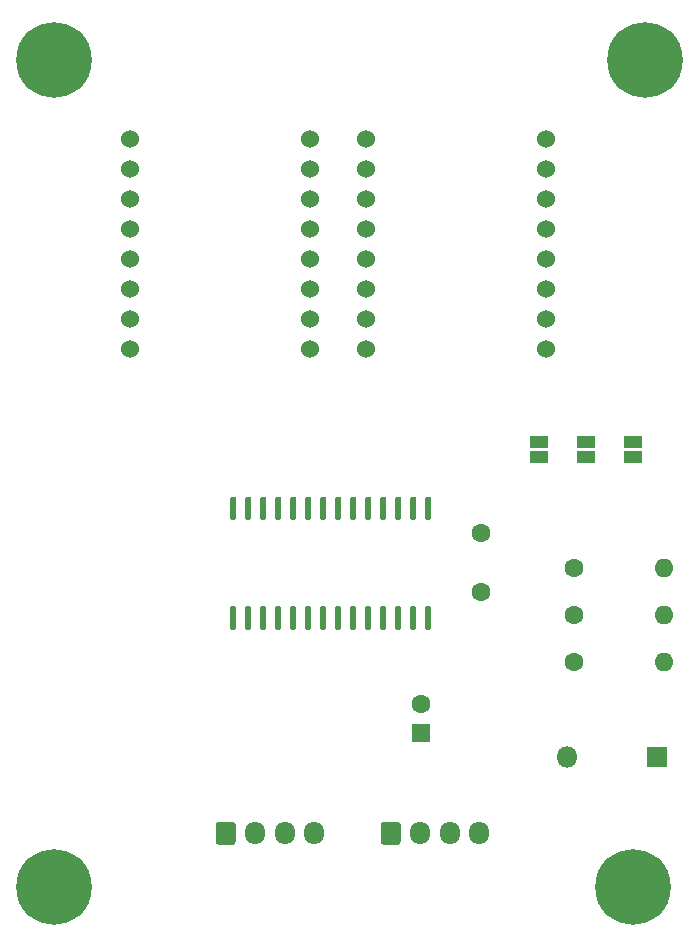
<source format=gbr>
%TF.GenerationSoftware,KiCad,Pcbnew,5.1.10-88a1d61d58~88~ubuntu20.04.1*%
%TF.CreationDate,2021-05-13T20:29:18+02:00*%
%TF.ProjectId,anna_elsa_moves_display,616e6e61-5f65-46c7-9361-5f6d6f766573,rev?*%
%TF.SameCoordinates,Original*%
%TF.FileFunction,Soldermask,Bot*%
%TF.FilePolarity,Negative*%
%FSLAX46Y46*%
G04 Gerber Fmt 4.6, Leading zero omitted, Abs format (unit mm)*
G04 Created by KiCad (PCBNEW 5.1.10-88a1d61d58~88~ubuntu20.04.1) date 2021-05-13 20:29:18*
%MOMM*%
%LPD*%
G01*
G04 APERTURE LIST*
%ADD10O,1.600000X1.600000*%
%ADD11C,1.600000*%
%ADD12R,1.500000X1.000000*%
%ADD13O,1.700000X1.950000*%
%ADD14C,6.400000*%
%ADD15O,1.800000X1.800000*%
%ADD16R,1.800000X1.800000*%
%ADD17C,1.524000*%
%ADD18R,1.600000X1.600000*%
G04 APERTURE END LIST*
D10*
%TO.C,R6*%
X147620000Y-96000000D03*
D11*
X140000000Y-96000000D03*
%TD*%
D10*
%TO.C,R5*%
X147620000Y-92000000D03*
D11*
X140000000Y-92000000D03*
%TD*%
D10*
%TO.C,R4*%
X147620000Y-88000000D03*
D11*
X140000000Y-88000000D03*
%TD*%
D12*
%TO.C,JP6*%
X145000000Y-77350000D03*
X145000000Y-78650000D03*
%TD*%
%TO.C,JP5*%
X141000000Y-77350000D03*
X141000000Y-78650000D03*
%TD*%
%TO.C,JP4*%
X137000000Y-77350000D03*
X137000000Y-78650000D03*
%TD*%
D13*
%TO.C,J3*%
X117990000Y-110490000D03*
X115490000Y-110490000D03*
X112990000Y-110490000D03*
G36*
G01*
X109640000Y-111215000D02*
X109640000Y-109765000D01*
G75*
G02*
X109890000Y-109515000I250000J0D01*
G01*
X111090000Y-109515000D01*
G75*
G02*
X111340000Y-109765000I0J-250000D01*
G01*
X111340000Y-111215000D01*
G75*
G02*
X111090000Y-111465000I-250000J0D01*
G01*
X109890000Y-111465000D01*
G75*
G02*
X109640000Y-111215000I0J250000D01*
G01*
G37*
%TD*%
%TO.C,J2*%
X131960000Y-110490000D03*
X129460000Y-110490000D03*
X126960000Y-110490000D03*
G36*
G01*
X123610000Y-111215000D02*
X123610000Y-109765000D01*
G75*
G02*
X123860000Y-109515000I250000J0D01*
G01*
X125060000Y-109515000D01*
G75*
G02*
X125310000Y-109765000I0J-250000D01*
G01*
X125310000Y-111215000D01*
G75*
G02*
X125060000Y-111465000I-250000J0D01*
G01*
X123860000Y-111465000D01*
G75*
G02*
X123610000Y-111215000I0J250000D01*
G01*
G37*
%TD*%
%TO.C,J1*%
G36*
G01*
X111262500Y-83980000D02*
X110987500Y-83980000D01*
G75*
G02*
X110850000Y-83842500I0J137500D01*
G01*
X110850000Y-82117500D01*
G75*
G02*
X110987500Y-81980000I137500J0D01*
G01*
X111262500Y-81980000D01*
G75*
G02*
X111400000Y-82117500I0J-137500D01*
G01*
X111400000Y-83842500D01*
G75*
G02*
X111262500Y-83980000I-137500J0D01*
G01*
G37*
G36*
G01*
X112532500Y-83980000D02*
X112257500Y-83980000D01*
G75*
G02*
X112120000Y-83842500I0J137500D01*
G01*
X112120000Y-82117500D01*
G75*
G02*
X112257500Y-81980000I137500J0D01*
G01*
X112532500Y-81980000D01*
G75*
G02*
X112670000Y-82117500I0J-137500D01*
G01*
X112670000Y-83842500D01*
G75*
G02*
X112532500Y-83980000I-137500J0D01*
G01*
G37*
G36*
G01*
X111262500Y-93280000D02*
X110987500Y-93280000D01*
G75*
G02*
X110850000Y-93142500I0J137500D01*
G01*
X110850000Y-91417500D01*
G75*
G02*
X110987500Y-91280000I137500J0D01*
G01*
X111262500Y-91280000D01*
G75*
G02*
X111400000Y-91417500I0J-137500D01*
G01*
X111400000Y-93142500D01*
G75*
G02*
X111262500Y-93280000I-137500J0D01*
G01*
G37*
G36*
G01*
X112532500Y-93280000D02*
X112257500Y-93280000D01*
G75*
G02*
X112120000Y-93142500I0J137500D01*
G01*
X112120000Y-91417500D01*
G75*
G02*
X112257500Y-91280000I137500J0D01*
G01*
X112532500Y-91280000D01*
G75*
G02*
X112670000Y-91417500I0J-137500D01*
G01*
X112670000Y-93142500D01*
G75*
G02*
X112532500Y-93280000I-137500J0D01*
G01*
G37*
G36*
G01*
X127772500Y-83980000D02*
X127497500Y-83980000D01*
G75*
G02*
X127360000Y-83842500I0J137500D01*
G01*
X127360000Y-82117500D01*
G75*
G02*
X127497500Y-81980000I137500J0D01*
G01*
X127772500Y-81980000D01*
G75*
G02*
X127910000Y-82117500I0J-137500D01*
G01*
X127910000Y-83842500D01*
G75*
G02*
X127772500Y-83980000I-137500J0D01*
G01*
G37*
G36*
G01*
X126502500Y-83980000D02*
X126227500Y-83980000D01*
G75*
G02*
X126090000Y-83842500I0J137500D01*
G01*
X126090000Y-82117500D01*
G75*
G02*
X126227500Y-81980000I137500J0D01*
G01*
X126502500Y-81980000D01*
G75*
G02*
X126640000Y-82117500I0J-137500D01*
G01*
X126640000Y-83842500D01*
G75*
G02*
X126502500Y-83980000I-137500J0D01*
G01*
G37*
G36*
G01*
X125232500Y-83980000D02*
X124957500Y-83980000D01*
G75*
G02*
X124820000Y-83842500I0J137500D01*
G01*
X124820000Y-82117500D01*
G75*
G02*
X124957500Y-81980000I137500J0D01*
G01*
X125232500Y-81980000D01*
G75*
G02*
X125370000Y-82117500I0J-137500D01*
G01*
X125370000Y-83842500D01*
G75*
G02*
X125232500Y-83980000I-137500J0D01*
G01*
G37*
G36*
G01*
X123962500Y-83980000D02*
X123687500Y-83980000D01*
G75*
G02*
X123550000Y-83842500I0J137500D01*
G01*
X123550000Y-82117500D01*
G75*
G02*
X123687500Y-81980000I137500J0D01*
G01*
X123962500Y-81980000D01*
G75*
G02*
X124100000Y-82117500I0J-137500D01*
G01*
X124100000Y-83842500D01*
G75*
G02*
X123962500Y-83980000I-137500J0D01*
G01*
G37*
G36*
G01*
X122692500Y-83980000D02*
X122417500Y-83980000D01*
G75*
G02*
X122280000Y-83842500I0J137500D01*
G01*
X122280000Y-82117500D01*
G75*
G02*
X122417500Y-81980000I137500J0D01*
G01*
X122692500Y-81980000D01*
G75*
G02*
X122830000Y-82117500I0J-137500D01*
G01*
X122830000Y-83842500D01*
G75*
G02*
X122692500Y-83980000I-137500J0D01*
G01*
G37*
G36*
G01*
X121422500Y-83980000D02*
X121147500Y-83980000D01*
G75*
G02*
X121010000Y-83842500I0J137500D01*
G01*
X121010000Y-82117500D01*
G75*
G02*
X121147500Y-81980000I137500J0D01*
G01*
X121422500Y-81980000D01*
G75*
G02*
X121560000Y-82117500I0J-137500D01*
G01*
X121560000Y-83842500D01*
G75*
G02*
X121422500Y-83980000I-137500J0D01*
G01*
G37*
G36*
G01*
X120152500Y-83980000D02*
X119877500Y-83980000D01*
G75*
G02*
X119740000Y-83842500I0J137500D01*
G01*
X119740000Y-82117500D01*
G75*
G02*
X119877500Y-81980000I137500J0D01*
G01*
X120152500Y-81980000D01*
G75*
G02*
X120290000Y-82117500I0J-137500D01*
G01*
X120290000Y-83842500D01*
G75*
G02*
X120152500Y-83980000I-137500J0D01*
G01*
G37*
G36*
G01*
X118882500Y-83980000D02*
X118607500Y-83980000D01*
G75*
G02*
X118470000Y-83842500I0J137500D01*
G01*
X118470000Y-82117500D01*
G75*
G02*
X118607500Y-81980000I137500J0D01*
G01*
X118882500Y-81980000D01*
G75*
G02*
X119020000Y-82117500I0J-137500D01*
G01*
X119020000Y-83842500D01*
G75*
G02*
X118882500Y-83980000I-137500J0D01*
G01*
G37*
G36*
G01*
X117612500Y-83980000D02*
X117337500Y-83980000D01*
G75*
G02*
X117200000Y-83842500I0J137500D01*
G01*
X117200000Y-82117500D01*
G75*
G02*
X117337500Y-81980000I137500J0D01*
G01*
X117612500Y-81980000D01*
G75*
G02*
X117750000Y-82117500I0J-137500D01*
G01*
X117750000Y-83842500D01*
G75*
G02*
X117612500Y-83980000I-137500J0D01*
G01*
G37*
G36*
G01*
X116342500Y-83980000D02*
X116067500Y-83980000D01*
G75*
G02*
X115930000Y-83842500I0J137500D01*
G01*
X115930000Y-82117500D01*
G75*
G02*
X116067500Y-81980000I137500J0D01*
G01*
X116342500Y-81980000D01*
G75*
G02*
X116480000Y-82117500I0J-137500D01*
G01*
X116480000Y-83842500D01*
G75*
G02*
X116342500Y-83980000I-137500J0D01*
G01*
G37*
G36*
G01*
X115072500Y-83980000D02*
X114797500Y-83980000D01*
G75*
G02*
X114660000Y-83842500I0J137500D01*
G01*
X114660000Y-82117500D01*
G75*
G02*
X114797500Y-81980000I137500J0D01*
G01*
X115072500Y-81980000D01*
G75*
G02*
X115210000Y-82117500I0J-137500D01*
G01*
X115210000Y-83842500D01*
G75*
G02*
X115072500Y-83980000I-137500J0D01*
G01*
G37*
G36*
G01*
X113802500Y-83980000D02*
X113527500Y-83980000D01*
G75*
G02*
X113390000Y-83842500I0J137500D01*
G01*
X113390000Y-82117500D01*
G75*
G02*
X113527500Y-81980000I137500J0D01*
G01*
X113802500Y-81980000D01*
G75*
G02*
X113940000Y-82117500I0J-137500D01*
G01*
X113940000Y-83842500D01*
G75*
G02*
X113802500Y-83980000I-137500J0D01*
G01*
G37*
G36*
G01*
X113802500Y-93280000D02*
X113527500Y-93280000D01*
G75*
G02*
X113390000Y-93142500I0J137500D01*
G01*
X113390000Y-91417500D01*
G75*
G02*
X113527500Y-91280000I137500J0D01*
G01*
X113802500Y-91280000D01*
G75*
G02*
X113940000Y-91417500I0J-137500D01*
G01*
X113940000Y-93142500D01*
G75*
G02*
X113802500Y-93280000I-137500J0D01*
G01*
G37*
G36*
G01*
X115072500Y-93280000D02*
X114797500Y-93280000D01*
G75*
G02*
X114660000Y-93142500I0J137500D01*
G01*
X114660000Y-91417500D01*
G75*
G02*
X114797500Y-91280000I137500J0D01*
G01*
X115072500Y-91280000D01*
G75*
G02*
X115210000Y-91417500I0J-137500D01*
G01*
X115210000Y-93142500D01*
G75*
G02*
X115072500Y-93280000I-137500J0D01*
G01*
G37*
G36*
G01*
X116342500Y-93280000D02*
X116067500Y-93280000D01*
G75*
G02*
X115930000Y-93142500I0J137500D01*
G01*
X115930000Y-91417500D01*
G75*
G02*
X116067500Y-91280000I137500J0D01*
G01*
X116342500Y-91280000D01*
G75*
G02*
X116480000Y-91417500I0J-137500D01*
G01*
X116480000Y-93142500D01*
G75*
G02*
X116342500Y-93280000I-137500J0D01*
G01*
G37*
G36*
G01*
X117612500Y-93280000D02*
X117337500Y-93280000D01*
G75*
G02*
X117200000Y-93142500I0J137500D01*
G01*
X117200000Y-91417500D01*
G75*
G02*
X117337500Y-91280000I137500J0D01*
G01*
X117612500Y-91280000D01*
G75*
G02*
X117750000Y-91417500I0J-137500D01*
G01*
X117750000Y-93142500D01*
G75*
G02*
X117612500Y-93280000I-137500J0D01*
G01*
G37*
G36*
G01*
X118882500Y-93280000D02*
X118607500Y-93280000D01*
G75*
G02*
X118470000Y-93142500I0J137500D01*
G01*
X118470000Y-91417500D01*
G75*
G02*
X118607500Y-91280000I137500J0D01*
G01*
X118882500Y-91280000D01*
G75*
G02*
X119020000Y-91417500I0J-137500D01*
G01*
X119020000Y-93142500D01*
G75*
G02*
X118882500Y-93280000I-137500J0D01*
G01*
G37*
G36*
G01*
X120152500Y-93280000D02*
X119877500Y-93280000D01*
G75*
G02*
X119740000Y-93142500I0J137500D01*
G01*
X119740000Y-91417500D01*
G75*
G02*
X119877500Y-91280000I137500J0D01*
G01*
X120152500Y-91280000D01*
G75*
G02*
X120290000Y-91417500I0J-137500D01*
G01*
X120290000Y-93142500D01*
G75*
G02*
X120152500Y-93280000I-137500J0D01*
G01*
G37*
G36*
G01*
X121422500Y-93280000D02*
X121147500Y-93280000D01*
G75*
G02*
X121010000Y-93142500I0J137500D01*
G01*
X121010000Y-91417500D01*
G75*
G02*
X121147500Y-91280000I137500J0D01*
G01*
X121422500Y-91280000D01*
G75*
G02*
X121560000Y-91417500I0J-137500D01*
G01*
X121560000Y-93142500D01*
G75*
G02*
X121422500Y-93280000I-137500J0D01*
G01*
G37*
G36*
G01*
X122692500Y-93280000D02*
X122417500Y-93280000D01*
G75*
G02*
X122280000Y-93142500I0J137500D01*
G01*
X122280000Y-91417500D01*
G75*
G02*
X122417500Y-91280000I137500J0D01*
G01*
X122692500Y-91280000D01*
G75*
G02*
X122830000Y-91417500I0J-137500D01*
G01*
X122830000Y-93142500D01*
G75*
G02*
X122692500Y-93280000I-137500J0D01*
G01*
G37*
G36*
G01*
X123962500Y-93280000D02*
X123687500Y-93280000D01*
G75*
G02*
X123550000Y-93142500I0J137500D01*
G01*
X123550000Y-91417500D01*
G75*
G02*
X123687500Y-91280000I137500J0D01*
G01*
X123962500Y-91280000D01*
G75*
G02*
X124100000Y-91417500I0J-137500D01*
G01*
X124100000Y-93142500D01*
G75*
G02*
X123962500Y-93280000I-137500J0D01*
G01*
G37*
G36*
G01*
X125232500Y-93280000D02*
X124957500Y-93280000D01*
G75*
G02*
X124820000Y-93142500I0J137500D01*
G01*
X124820000Y-91417500D01*
G75*
G02*
X124957500Y-91280000I137500J0D01*
G01*
X125232500Y-91280000D01*
G75*
G02*
X125370000Y-91417500I0J-137500D01*
G01*
X125370000Y-93142500D01*
G75*
G02*
X125232500Y-93280000I-137500J0D01*
G01*
G37*
G36*
G01*
X126502500Y-93280000D02*
X126227500Y-93280000D01*
G75*
G02*
X126090000Y-93142500I0J137500D01*
G01*
X126090000Y-91417500D01*
G75*
G02*
X126227500Y-91280000I137500J0D01*
G01*
X126502500Y-91280000D01*
G75*
G02*
X126640000Y-91417500I0J-137500D01*
G01*
X126640000Y-93142500D01*
G75*
G02*
X126502500Y-93280000I-137500J0D01*
G01*
G37*
G36*
G01*
X127772500Y-93280000D02*
X127497500Y-93280000D01*
G75*
G02*
X127360000Y-93142500I0J137500D01*
G01*
X127360000Y-91417500D01*
G75*
G02*
X127497500Y-91280000I137500J0D01*
G01*
X127772500Y-91280000D01*
G75*
G02*
X127910000Y-91417500I0J-137500D01*
G01*
X127910000Y-93142500D01*
G75*
G02*
X127772500Y-93280000I-137500J0D01*
G01*
G37*
%TD*%
D14*
%TO.C,H4*%
X146000000Y-45000000D03*
%TD*%
%TO.C,H3*%
X96000000Y-115000000D03*
%TD*%
%TO.C,H2*%
X145000000Y-115000000D03*
%TD*%
%TO.C,H1*%
X96000000Y-45000000D03*
%TD*%
D15*
%TO.C,D12*%
X139380000Y-104000000D03*
D16*
X147000000Y-104000000D03*
%TD*%
D17*
%TO.C,D2*%
X137615000Y-51735000D03*
X137615000Y-54275000D03*
X137615000Y-56815000D03*
X137615000Y-59355000D03*
X137615000Y-61895000D03*
X137615000Y-64435000D03*
X137615000Y-66975000D03*
X137615000Y-69515000D03*
X122375000Y-69515000D03*
X122375000Y-66975000D03*
X122375000Y-64435000D03*
X122375000Y-61895000D03*
X122375000Y-59355000D03*
X122375000Y-56815000D03*
X122375000Y-54275000D03*
X122375000Y-51735000D03*
%TD*%
%TO.C,D1*%
X117600000Y-51735000D03*
X117600000Y-54275000D03*
X117600000Y-56815000D03*
X117600000Y-59355000D03*
X117600000Y-61895000D03*
X117600000Y-64435000D03*
X117600000Y-66975000D03*
X117600000Y-69515000D03*
X102360000Y-69515000D03*
X102360000Y-66975000D03*
X102360000Y-64435000D03*
X102360000Y-61895000D03*
X102360000Y-59355000D03*
X102360000Y-56815000D03*
X102360000Y-54275000D03*
X102360000Y-51735000D03*
%TD*%
D11*
%TO.C,C2*%
X127000000Y-99500000D03*
D18*
X127000000Y-102000000D03*
%TD*%
D11*
%TO.C,C1*%
X132080000Y-90090000D03*
X132080000Y-85090000D03*
%TD*%
M02*

</source>
